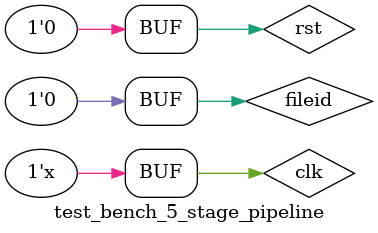
<source format=v>
`timescale 1ns / 1ps


// 
////////////////////////////////////////////////////////////////////////////////

module test_bench_5_stage_pipeline;


	// Inputs
	reg clk;
	reg rst;
	reg fileid;

	// Outputs
	wire [15:0] PCOUT;
	wire [15:0] INST;
	wire [15:0] rdata1;
	wire [15:0] rdata2;
	wire [15:0] rdata1_ID_EXE;
	wire [15:0] rdata2_ID_EXE;
	wire [15:0] imm_ID_EXE;
	wire [15:0] rdata2_imm_ID_EXE;
	wire [2:0] aluop_ID_EXE;
	wire alusrc_ID_EXE;
	wire [3:0] waddr_out_ID_EXE;
	wire [15:0] aluout;
	wire [3:0] waddr_out_EXE_DM;
	wire [15:0] aluout_EXE_DM;
	wire [15:0] rdata2_EXE_DM;
	wire branch_ID_EXE;
	wire regDst;
	wire memWrite_EXE_DM;
	wire memRead_EXE_DM;
	wire memToReg_EXE_DM;
	wire wen_DM_WB;
	wire [3:0] waddr_DM_WB;
	wire [15:0] aluout_DM_WB;
	wire [15:0] readMem;
	wire [15:0] aluout_DM;
	wire [15:0] aluout_WB;
	wire zero;
	wire [15:0] res;
	wire jump;
	wire jal;
	wire jr;
	wire [15:0] mux_jal_wdata;
	wire [3:0] mux_jal;

	// Instantiate the Unit Under Test (UUT)
	pipelined_regfile_3stage uut (
		.clk(clk), 
		.rst(rst), 
		.fileid(fileid), 
		.PCOUT(PCOUT), 
		.INST(INST), 
		.rdata1(rdata1), 
		.rdata2(rdata2), 
		.rdata1_ID_EXE(rdata1_ID_EXE), 
		.rdata2_ID_EXE(rdata2_ID_EXE), 
		.imm_ID_EXE(imm_ID_EXE), 
		.rdata2_imm_ID_EXE(rdata2_imm_ID_EXE), 
		.aluop_ID_EXE(aluop_ID_EXE), 
		.alusrc_ID_EXE(alusrc_ID_EXE), 
		.waddr_out_ID_EXE(waddr_out_ID_EXE), 
		.aluout(aluout), 
		.waddr_out_EXE_DM(waddr_out_EXE_DM), 
		.aluout_EXE_DM(aluout_EXE_DM), 
		.rdata2_EXE_DM(rdata2_EXE_DM), 
		.branch_ID_EXE(branch_ID_EXE), 
		.regDst(regDst), 
		.memWrite_EXE_DM(memWrite_EXE_DM), 
		.memRead_EXE_DM(memRead_EXE_DM), 
		.memToReg_EXE_DM(memToReg_EXE_DM), 
		.wen_DM_WB(wen_DM_WB), 
		.waddr_DM_WB(waddr_DM_WB), 
		.aluout_DM_WB(aluout_DM_WB), 
		.readMem(readMem), 
		.aluout_DM(aluout_DM), 
		.aluout_WB(aluout_WB),
		.zero(zero),
		.res(res),
		.jump_ID_EXE(jump),
		.jal_DM_WB(jal),
		.jr_ID_EXE(jr),
		.mux_jal(mux_jal),
		.mux_jal_wdata(mux_jal_wdata)
	);


always #15 clk = ~clk;
	initial begin
		// Initialize Inputs
		clk = 0;
		rst = 0;
		fileid = 0;


		// Wait 100 ns for global reset to finish
		#100;
        
		// Add stimulus here
#25 rst =1;
#25 rst=0;


	end
      
endmodule


</source>
